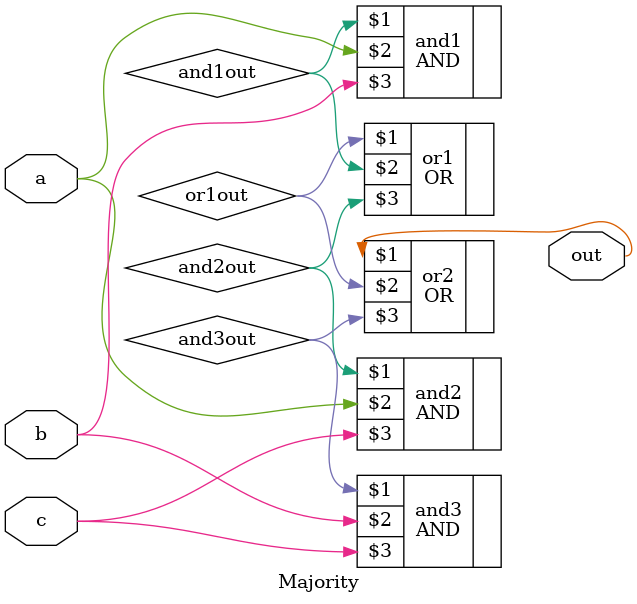
<source format=v>
`timescale 1ns/1ps

module Majority(a, b, c, out);
input a, b, c;
output out;

wire and1out, and2out, and3out;
AND and1(and1out, a, b);
AND and2(and2out, a, c);
AND and3(and3out, b, c);

wire or1out;
OR or1(or1out, and1out, and2out);
OR or2(out, or1out, and3out);

endmodule
</source>
